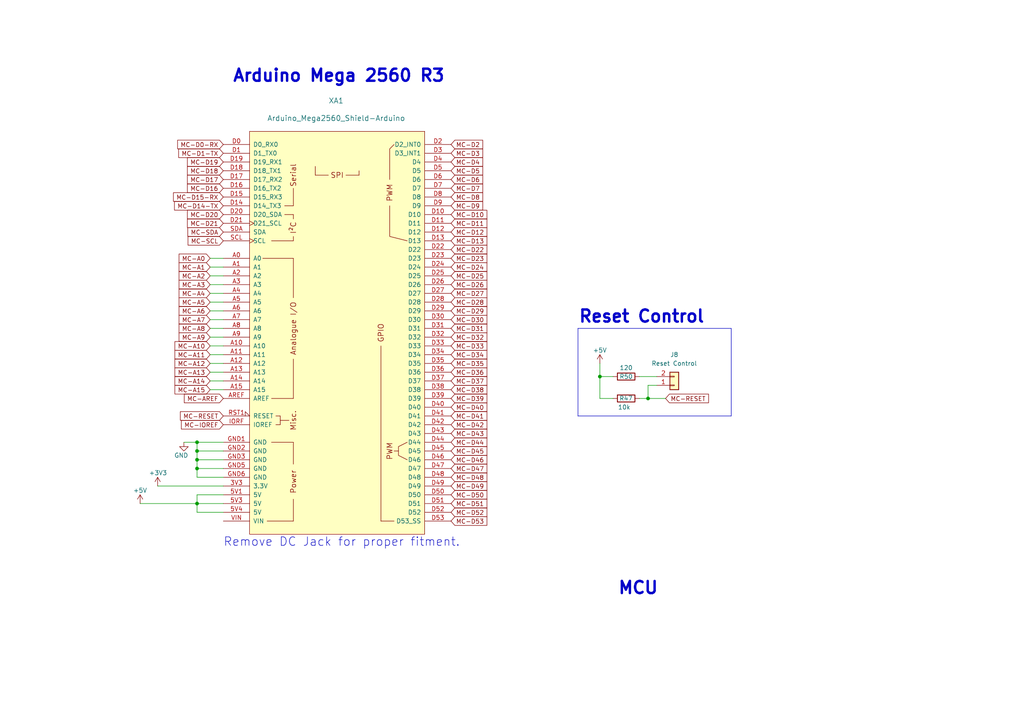
<source format=kicad_sch>
(kicad_sch (version 20230121) (generator eeschema)
  (paper "A4")
  (title_block (title "Pre-Ignition X4") (date "2023-06-15") (rev "C") (company "DetonationEMS") (comment 1 "detonationems.com"))
  (lib_symbols
    (symbol "Connector_Generic:Conn_01x02" (pin_names (offset 1.016) hide)
      (property "Reference" "J" (at 0 2.54 0))
      (property "Value" "Conn_01x02" (at 0 -5.08 0))
      (symbol "Conn_01x02_1_1"
        (rectangle (start -1.27 -2.413) (end 0 -2.667) (stroke (width 0.1524)))
        (rectangle (start -1.27 0.127) (end 0 -0.127) (stroke (width 0.1524)))
        (rectangle (start -1.27 1.27) (end 1.27 -3.81) (stroke (width 0.254)) (fill (type background)))
        (pin passive line (at -5.08 0 0) (length 3.81) (name "Pin_1") (number "1"))
        (pin passive line (at -5.08 -2.54 0) (length 3.81) (name "Pin_2") (number "2"))
      )
    )
    (symbol "Device:R" (pin_numbers hide) (pin_names (offset 0))
      (property "Reference" "R" (at 2.032 0 90))
      (property "Value" "R" (at 0 0 90))
      (symbol "R_0_1"
        (rectangle (start -1.016 -2.54) (end 1.016 2.54) (stroke (width 0.254)))
      )
      (symbol "R_1_1"
        (pin passive line (at 0 3.81 270) (length 1.27) (name "~") (number "1"))
        (pin passive line (at 0 -3.81 90) (length 1.27) (name "~") (number "2"))
      )
    )
    (symbol "Pre_Ignition-rescue:Arduino_Mega2560_IO_Only-1.0.0.0.0-rescue-Pre_Ignition-rescue-Pre_Ignition-rescue-Pre_Ignition-rescue" (pin_names (offset 1.016))
      (property "Reference" "XA" (at 2.54 0 90))
      (property "Value" "Arduino_Mega2560_IO_Only-1.0.0.0.0-rescue-Pre_Ignition-rescue-Pre_Ignition-rescue-Pre_Ignition-rescue" (at -2.54 0 90))
      (symbol "Arduino_Mega2560_IO_Only-1.0.0.0.0-rescue-Pre_Ignition-rescue-Pre_Ignition-rescue-Pre_Ignition-rescue_0_0"
        (rectangle (start -25.4 -58.42) (end 25.4 58.42) (fill (type background)))
        (rectangle (start -20.32 -54.61) (end -12.7 -54.61))
        (rectangle (start -19.05 -31.75) (end -12.7 -31.75))
        (rectangle (start -19.05 -19.05) (end -12.7 -19.05))
        (rectangle (start -19.05 26.67) (end -12.7 26.67))
        (rectangle (start -17.78 -26.67) (end -16.51 -26.67))
        (rectangle (start -17.78 -24.13) (end -16.51 -24.13))
        (rectangle (start -16.51 -25.4) (end -13.97 -25.4))
        (rectangle (start -16.51 -24.13) (end -16.51 -26.67))
        (rectangle (start -15.24 34.29) (end -12.7 34.29))
        (rectangle (start -15.24 36.83) (end -12.7 36.83))
        (rectangle (start -12.7 -54.61) (end -12.7 -48.26))
        (rectangle (start -12.7 -31.75) (end -12.7 -38.1))
        (rectangle (start -12.7 26.67) (end -12.7 27.94))
        (rectangle (start -12.7 34.29) (end -12.7 33.02))
        (rectangle (start -12.7 41.91) (end -12.7 36.83))
        (rectangle (start -6.35 48.26) (end -6.35 45.72))
        (rectangle (start -2.54 45.72) (end -6.35 45.72))
        (polyline (pts (xy -21.59 21.59) (xy -12.7 21.59)))
        (polyline (pts (xy -12.7 -19.05) (xy -12.7 -7.62)))
        (polyline (pts (xy -12.7 10.16) (xy -12.7 21.59)))
        (polyline (pts (xy 12.7 -54.61) (xy 16.51 -54.61)))
        (polyline (pts (xy 17.78 -34.29) (xy 16.51 -34.29)))
        (polyline (pts (xy 15.24 36.83) (xy 15.24 27.94) (xy 20.32 26.67)))
        (polyline (pts (xy 15.24 44.45) (xy 15.24 53.34) (xy 16.51 54.61)))
        (polyline (pts (xy 20.32 -31.75) (xy 17.78 -33.02) (xy 17.78 -35.56) (xy 20.32 -36.83)))
        (rectangle (start 6.35 45.72) (end 2.54 45.72))
        (rectangle (start 6.35 46.99) (end 6.35 45.72))
        (text "Analogue I/O" (at -12.7 1.27 900) (effects (font (size 1.524 1.524))))
        (text "I²C" (at -12.7 30.48 900) (effects (font (size 1.524 1.524))))
        (text "Misc." (at -12.7 -25.4 900) (effects (font (size 1.524 1.524))))
        (text "Power" (at -12.7 -43.18 900) (effects (font (size 1.524 1.524))))
        (text "PWM" (at 15.24 -34.29 900) (effects (font (size 1.524 1.524))))
        (text "PWM" (at 15.24 40.64 900) (effects (font (size 1.524 1.524))))
        (text "Serial" (at -12.7 45.72 900) (effects (font (size 1.524 1.524))))
        (text "SPI" (at 0 45.72 0) (effects (font (size 1.524 1.524))))
      )
      (symbol "Arduino_Mega2560_IO_Only-1.0.0.0.0-rescue-Pre_Ignition-rescue-Pre_Ignition-rescue-Pre_Ignition-rescue_1_0"
        (rectangle (start 12.7 -54.61) (end 12.7 -3.81))
        (text "GPIO" (at 12.7 0 900) (effects (font (size 1.524 1.524))))
      )
      (symbol "Arduino_Mega2560_IO_Only-1.0.0.0.0-rescue-Pre_Ignition-rescue-Pre_Ignition-rescue-Pre_Ignition-rescue_1_1"
        (pin power_in line (at -33.02 -44.45 0) (length 7.62) (name "3.3V") (number "3V3"))
        (pin power_in line (at -33.02 -46.99 0) (length 7.62) (name "5V") (number "5V1"))
        (pin power_in line (at -33.02 -49.53 0) (length 7.62) (name "5V") (number "5V3"))
        (pin power_in line (at -33.02 -52.07 0) (length 7.62) (name "5V") (number "5V4"))
        (pin bidirectional line (at -33.02 21.59 0) (length 7.62) (name "A0") (number "A0"))
        (pin bidirectional line (at -33.02 19.05 0) (length 7.62) (name "A1") (number "A1"))
        (pin bidirectional line (at -33.02 -3.81 0) (length 7.62) (name "A10") (number "A10"))
        (pin bidirectional line (at -33.02 -6.35 0) (length 7.62) (name "A11") (number "A11"))
        (pin bidirectional line (at -33.02 -8.89 0) (length 7.62) (name "A12") (number "A12"))
        (pin bidirectional line (at -33.02 -11.43 0) (length 7.62) (name "A13") (number "A13"))
        (pin bidirectional line (at -33.02 -13.97 0) (length 7.62) (name "A14") (number "A14"))
        (pin bidirectional line (at -33.02 -16.51 0) (length 7.62) (name "A15") (number "A15"))
        (pin bidirectional line (at -33.02 16.51 0) (length 7.62) (name "A2") (number "A2"))
        (pin bidirectional line (at -33.02 13.97 0) (length 7.62) (name "A3") (number "A3"))
        (pin bidirectional line (at -33.02 11.43 0) (length 7.62) (name "A4") (number "A4"))
        (pin bidirectional line (at -33.02 8.89 0) (length 7.62) (name "A5") (number "A5"))
        (pin bidirectional line (at -33.02 6.35 0) (length 7.62) (name "A6") (number "A6"))
        (pin bidirectional line (at -33.02 3.81 0) (length 7.62) (name "A7") (number "A7"))
        (pin bidirectional line (at -33.02 1.27 0) (length 7.62) (name "A8") (number "A8"))
        (pin bidirectional line (at -33.02 -1.27 0) (length 7.62) (name "A9") (number "A9"))
        (pin input line (at -33.02 -19.05 0) (length 7.62) (name "AREF") (number "AREF"))
        (pin bidirectional line (at -33.02 54.61 0) (length 7.62) (name "D0_RX0") (number "D0"))
        (pin bidirectional line (at -33.02 52.07 0) (length 7.62) (name "D1_TX0") (number "D1"))
        (pin bidirectional line (at 33.02 34.29 180) (length 7.62) (name "D10") (number "D10"))
        (pin bidirectional line (at 33.02 31.75 180) (length 7.62) (name "D11") (number "D11"))
        (pin bidirectional line (at 33.02 29.21 180) (length 7.62) (name "D12") (number "D12"))
        (pin bidirectional line (at 33.02 26.67 180) (length 7.62) (name "D13") (number "D13"))
        (pin bidirectional line (at -33.02 36.83 0) (length 7.62) (name "D14_TX3") (number "D14"))
        (pin bidirectional line (at -33.02 39.37 0) (length 7.62) (name "D15_RX3") (number "D15"))
        (pin bidirectional line (at -33.02 41.91 0) (length 7.62) (name "D16_TX2") (number "D16"))
        (pin bidirectional line (at -33.02 44.45 0) (length 7.62) (name "D17_RX2") (number "D17"))
        (pin bidirectional line (at -33.02 46.99 0) (length 7.62) (name "D18_TX1") (number "D18"))
        (pin bidirectional line (at -33.02 49.53 0) (length 7.62) (name "D19_RX1") (number "D19"))
        (pin bidirectional line (at 33.02 54.61 180) (length 7.62) (name "D2_INT0") (number "D2"))
        (pin bidirectional line (at -33.02 34.29 0) (length 7.62) (name "D20_SDA") (number "D20"))
        (pin bidirectional clock (at -33.02 31.75 0) (length 7.62) (name "D21_SCL") (number "D21"))
        (pin bidirectional line (at 33.02 24.13 180) (length 7.62) (name "D22") (number "D22"))
        (pin bidirectional line (at 33.02 21.59 180) (length 7.62) (name "D23") (number "D23"))
        (pin bidirectional line (at 33.02 19.05 180) (length 7.62) (name "D24") (number "D24"))
        (pin bidirectional line (at 33.02 16.51 180) (length 7.62) (name "D25") (number "D25"))
        (pin bidirectional line (at 33.02 13.97 180) (length 7.62) (name "D26") (number "D26"))
        (pin bidirectional line (at 33.02 11.43 180) (length 7.62) (name "D27") (number "D27"))
        (pin bidirectional line (at 33.02 8.89 180) (length 7.62) (name "D28") (number "D28"))
        (pin bidirectional line (at 33.02 6.35 180) (length 7.62) (name "D29") (number "D29"))
        (pin bidirectional line (at 33.02 52.07 180) (length 7.62) (name "D3_INT1") (number "D3"))
        (pin bidirectional line (at 33.02 3.81 180) (length 7.62) (name "D30") (number "D30"))
        (pin bidirectional line (at 33.02 1.27 180) (length 7.62) (name "D31") (number "D31"))
        (pin bidirectional line (at 33.02 -1.27 180) (length 7.62) (name "D32") (number "D32"))
        (pin bidirectional line (at 33.02 -3.81 180) (length 7.62) (name "D33") (number "D33"))
        (pin bidirectional line (at 33.02 -6.35 180) (length 7.62) (name "D34") (number "D34"))
        (pin bidirectional line (at 33.02 -8.89 180) (length 7.62) (name "D35") (number "D35"))
        (pin bidirectional line (at 33.02 -11.43 180) (length 7.62) (name "D36") (number "D36"))
        (pin bidirectional line (at 33.02 -13.97 180) (length 7.62) (name "D37") (number "D37"))
        (pin bidirectional line (at 33.02 -16.51 180) (length 7.62) (name "D38") (number "D38"))
        (pin bidirectional line (at 33.02 -19.05 180) (length 7.62) (name "D39") (number "D39"))
        (pin bidirectional line (at 33.02 49.53 180) (length 7.62) (name "D4") (number "D4"))
        (pin bidirectional line (at 33.02 -21.59 180) (length 7.62) (name "D40") (number "D40"))
        (pin bidirectional line (at 33.02 -24.13 180) (length 7.62) (name "D41") (number "D41"))
        (pin bidirectional line (at 33.02 -26.67 180) (length 7.62) (name "D42") (number "D42"))
        (pin bidirectional line (at 33.02 -29.21 180) (length 7.62) (name "D43") (number "D43"))
        (pin bidirectional line (at 33.02 -31.75 180) (length 7.62) (name "D44") (number "D44"))
        (pin bidirectional line (at 33.02 -34.29 180) (length 7.62) (name "D45") (number "D45"))
        (pin bidirectional line (at 33.02 -36.83 180) (length 7.62) (name "D46") (number "D46"))
        (pin bidirectional line (at 33.02 -39.37 180) (length 7.62) (name "D47") (number "D47"))
        (pin bidirectional line (at 33.02 -41.91 180) (length 7.62) (name "D48") (number "D48"))
        (pin bidirectional line (at 33.02 -44.45 180) (length 7.62) (name "D49") (number "D49"))
        (pin bidirectional line (at 33.02 46.99 180) (length 7.62) (name "D5") (number "D5"))
        (pin bidirectional line (at 33.02 -46.99 180) (length 7.62) (name "D50") (number "D50"))
        (pin bidirectional line (at 33.02 -49.53 180) (length 7.62) (name "D51") (number "D51"))
        (pin bidirectional line (at 33.02 -52.07 180) (length 7.62) (name "D52") (number "D52"))
        (pin bidirectional line (at 33.02 -54.61 180) (length 7.62) (name "D53_SS") (number "D53"))
        (pin bidirectional line (at 33.02 44.45 180) (length 7.62) (name "D6") (number "D6"))
        (pin bidirectional line (at 33.02 41.91 180) (length 7.62) (name "D7") (number "D7"))
        (pin bidirectional line (at 33.02 39.37 180) (length 7.62) (name "D8") (number "D8"))
        (pin bidirectional line (at 33.02 36.83 180) (length 7.62) (name "D9") (number "D9"))
        (pin power_in line (at -33.02 -31.75 0) (length 7.62) (name "GND") (number "GND1"))
        (pin power_in line (at -33.02 -34.29 0) (length 7.62) (name "GND") (number "GND2"))
        (pin power_in line (at -33.02 -36.83 0) (length 7.62) (name "GND") (number "GND3"))
        (pin power_in line (at -33.02 -39.37 0) (length 7.62) (name "GND") (number "GND5"))
        (pin power_in line (at -33.02 -41.91 0) (length 7.62) (name "GND") (number "GND6"))
        (pin output line (at -33.02 -26.67 0) (length 7.62) (name "IOREF") (number "IORF"))
        (pin open_collector input_low (at -33.02 -24.13 0) (length 7.62) (name "RESET") (number "RST1"))
        (pin bidirectional clock (at -33.02 26.67 0) (length 7.62) (name "SCL") (number "SCL"))
        (pin bidirectional line (at -33.02 29.21 0) (length 7.62) (name "SDA") (number "SDA"))
        (pin power_in line (at -33.02 -54.61 0) (length 7.62) (name "VIN") (number "VIN"))
      )
    )
    (symbol "power:+3.3V" (power) (pin_names (offset 0))
      (property "Value" "+3.3V" (at 0 3.556 0))
      (symbol "+3.3V_0_1"
        (polyline (pts (xy -0.762 1.27) (xy 0 2.54)))
        (polyline (pts (xy 0 0) (xy 0 2.54)))
        (polyline (pts (xy 0 2.54) (xy 0.762 1.27)))
      )
      (symbol "+3.3V_1_1"
        (pin power_in line (at 0 0 90) (length 0) hide (name "+3V3") (number "1"))
      )
    )
    (symbol "power:+5V" (power) (pin_names (offset 0))
      (property "Value" "+5V" (at 0 3.556 0))
      (symbol "+5V_0_1"
        (polyline (pts (xy -0.762 1.27) (xy 0 2.54)))
        (polyline (pts (xy 0 0) (xy 0 2.54)))
        (polyline (pts (xy 0 2.54) (xy 0.762 1.27)))
      )
      (symbol "+5V_1_1"
        (pin power_in line (at 0 0 90) (length 0) hide (name "+5V") (number "1"))
      )
    )
    (symbol "power:GND" (power) (pin_names (offset 0))
      (property "Value" "GND" (at 0 -3.81 0))
      (symbol "GND_0_1"
        (polyline (pts (xy 0 0) (xy 0 -1.27) (xy 1.27 -1.27) (xy 0 -2.54) (xy -1.27 -1.27) (xy 0 -1.27)))
      )
      (symbol "GND_1_1"
        (pin power_in line (at 0 0 270) (length 0) hide (name "GND") (number "1"))
      )
    )
  )
  (junction (at 57.15 146.05))
  (junction (at 57.15 135.89))
  (junction (at 57.15 130.81))
  (junction (at 57.15 128.27))
  (junction (at 173.99 109.22))
  (junction (at 57.15 133.35))
  (junction (at 187.96 115.57))
  (wire (pts (xy 40.64 146.05) (xy 57.15 146.05)))
  (wire (pts (xy 64.77 143.51) (xy 57.15 143.51)))
  (wire (pts (xy 60.96 74.93) (xy 64.77 74.93)))
  (wire (pts (xy 173.99 109.22) (xy 173.99 105.41)))
  (wire (pts (xy 57.15 146.05) (xy 57.15 148.59)))
  (wire (pts (xy 60.96 95.25) (xy 64.77 95.25)))
  (wire (pts (xy 64.77 128.27) (xy 57.15 128.27)))
  (wire (pts (xy 187.96 111.76) (xy 187.96 115.57)))
  (wire (pts (xy 173.99 109.22) (xy 177.8 109.22)))
  (wire (pts (xy 64.77 97.79) (xy 60.96 97.79)))
  (wire (pts (xy 57.15 130.81) (xy 57.15 133.35)))
  (wire (pts (xy 64.77 87.63) (xy 60.96 87.63)))
  (wire (pts (xy 187.96 115.57) (xy 193.04 115.57)))
  (wire (pts (xy 60.96 80.01) (xy 64.77 80.01)))
  (polyline (pts (xy 167.64 120.65) (xy 212.09 120.65)))
  (wire (pts (xy 64.77 82.55) (xy 60.96 82.55)))
  (wire (pts (xy 57.15 128.27) (xy 57.15 130.81)))
  (wire (pts (xy 60.96 105.41) (xy 64.77 105.41)))
  (wire (pts (xy 173.99 115.57) (xy 173.99 109.22)))
  (wire (pts (xy 64.77 102.87) (xy 60.96 102.87)))
  (wire (pts (xy 60.96 85.09) (xy 64.77 85.09)))
  (polyline (pts (xy 212.09 120.65) (xy 212.09 95.25)))
  (polyline (pts (xy 212.09 95.25) (xy 167.64 95.25)))
  (wire (pts (xy 57.15 130.81) (xy 64.77 130.81)))
  (wire (pts (xy 57.15 135.89) (xy 64.77 135.89)))
  (wire (pts (xy 190.5 111.76) (xy 187.96 111.76)))
  (wire (pts (xy 45.72 140.97) (xy 64.77 140.97)))
  (polyline (pts (xy 167.64 95.25) (xy 167.64 120.65)))
  (wire (pts (xy 57.15 148.59) (xy 64.77 148.59)))
  (wire (pts (xy 64.77 146.05) (xy 57.15 146.05)))
  (wire (pts (xy 53.34 128.27) (xy 57.15 128.27)))
  (wire (pts (xy 64.77 92.71) (xy 60.96 92.71)))
  (wire (pts (xy 60.96 100.33) (xy 64.77 100.33)))
  (wire (pts (xy 185.42 115.57) (xy 187.96 115.57)))
  (wire (pts (xy 64.77 138.43) (xy 57.15 138.43)))
  (wire (pts (xy 64.77 107.95) (xy 60.96 107.95)))
  (wire (pts (xy 60.96 90.17) (xy 64.77 90.17)))
  (wire (pts (xy 173.99 115.57) (xy 177.8 115.57)))
  (wire (pts (xy 185.42 109.22) (xy 190.5 109.22)))
  (wire (pts (xy 64.77 77.47) (xy 60.96 77.47)))
  (wire (pts (xy 64.77 133.35) (xy 57.15 133.35)))
  (wire (pts (xy 57.15 135.89) (xy 57.15 133.35)))
  (wire (pts (xy 64.77 113.03) (xy 60.96 113.03)))
  (wire (pts (xy 57.15 143.51) (xy 57.15 146.05)))
  (wire (pts (xy 60.96 110.49) (xy 64.77 110.49)))
  (wire (pts (xy 57.15 138.43) (xy 57.15 135.89)))
  (text "Remove DC Jack for proper fitment. " (at 64.77 158.75 0) (effects (font (size 2.4892 2.4892)) (justify left bottom)))
  (text "Reset Control" (at 167.64 93.98 0) (effects (font (size 3.5 3.5) (thickness 0.7) bold) (justify left bottom)))
  (text "MCU" (at 179.07 172.72 0) (effects (font (size 3.5 3.5) (thickness 0.7) bold) (justify left bottom)))
  (text "Arduino Mega 2560 R3" (at 67.31 24.13 0) (effects (font (size 3.5 3.5) (thickness 0.7) bold) (justify left bottom)))
  (global_label "MC-A4" (shape input) (at 60.96 85.09 180) (property "Intersheetrefs" "${INTERSHEET_REFS}" (effects hide)))
  (global_label "MC-D18" (shape input) (at 64.77 49.53 180) (property "Intersheetrefs" "${INTERSHEET_REFS}" (effects hide)))
  (global_label "MC-D43" (shape input) (at 130.81 125.73 0) (property "Intersheetrefs" "${INTERSHEET_REFS}" (effects hide)))
  (global_label "MC-IOREF" (shape input) (at 64.77 123.19 180) (property "Intersheetrefs" "${INTERSHEET_REFS}" (effects hide)))
  (global_label "MC-D19" (shape input) (at 64.77 46.99 180) (property "Intersheetrefs" "${INTERSHEET_REFS}" (effects hide)))
  (global_label "MC-A12" (shape input) (at 60.96 105.41 180) (property "Intersheetrefs" "${INTERSHEET_REFS}" (effects hide)))
  (global_label "MC-D42" (shape input) (at 130.81 123.19 0) (property "Intersheetrefs" "${INTERSHEET_REFS}" (effects hide)))
  (global_label "MC-A1" (shape input) (at 60.96 77.47 180) (property "Intersheetrefs" "${INTERSHEET_REFS}" (effects hide)))
  (global_label "MC-D50" (shape input) (at 130.81 143.51 0) (property "Intersheetrefs" "${INTERSHEET_REFS}" (effects hide)))
  (global_label "MC-D3" (shape input) (at 130.81 44.45 0) (property "Intersheetrefs" "${INTERSHEET_REFS}" (effects hide)))
  (global_label "MC-D31" (shape input) (at 130.81 95.25 0) (property "Intersheetrefs" "${INTERSHEET_REFS}" (effects hide)))
  (global_label "MC-D4" (shape input) (at 130.81 46.99 0) (property "Intersheetrefs" "${INTERSHEET_REFS}" (effects hide)))
  (global_label "MC-D20" (shape input) (at 64.77 62.23 180) (property "Intersheetrefs" "${INTERSHEET_REFS}" (effects hide)))
  (global_label "MC-D28" (shape input) (at 130.81 87.63 0) (property "Intersheetrefs" "${INTERSHEET_REFS}" (effects hide)))
  (global_label "MC-A9" (shape input) (at 60.96 97.79 180) (property "Intersheetrefs" "${INTERSHEET_REFS}" (effects hide)))
  (global_label "MC-D30" (shape input) (at 130.81 92.71 0) (property "Intersheetrefs" "${INTERSHEET_REFS}" (effects hide)))
  (global_label "MC-D16" (shape input) (at 64.77 54.61 180) (property "Intersheetrefs" "${INTERSHEET_REFS}" (effects hide)))
  (global_label "MC-D25" (shape input) (at 130.81 80.01 0) (property "Intersheetrefs" "${INTERSHEET_REFS}" (effects hide)))
  (global_label "MC-A10" (shape input) (at 60.96 100.33 180) (property "Intersheetrefs" "${INTERSHEET_REFS}" (effects hide)))
  (global_label "MC-D2" (shape input) (at 130.81 41.91 0) (property "Intersheetrefs" "${INTERSHEET_REFS}" (effects hide)))
  (global_label "MC-D48" (shape input) (at 130.81 138.43 0) (property "Intersheetrefs" "${INTERSHEET_REFS}" (effects hide)))
  (global_label "MC-D49" (shape input) (at 130.81 140.97 0) (property "Intersheetrefs" "${INTERSHEET_REFS}" (effects hide)))
  (global_label "MC-D8" (shape input) (at 130.81 57.15 0) (property "Intersheetrefs" "${INTERSHEET_REFS}" (effects hide)))
  (global_label "MC-D22" (shape input) (at 130.81 72.39 0) (property "Intersheetrefs" "${INTERSHEET_REFS}" (effects hide)))
  (global_label "MC-D52" (shape input) (at 130.81 148.59 0) (property "Intersheetrefs" "${INTERSHEET_REFS}" (effects hide)))
  (global_label "MC-A11" (shape input) (at 60.96 102.87 180) (property "Intersheetrefs" "${INTERSHEET_REFS}" (effects hide)))
  (global_label "MC-D6" (shape input) (at 130.81 52.07 0) (property "Intersheetrefs" "${INTERSHEET_REFS}" (effects hide)))
  (global_label "MC-A13" (shape input) (at 60.96 107.95 180) (property "Intersheetrefs" "${INTERSHEET_REFS}" (effects hide)))
  (global_label "MC-D12" (shape input) (at 130.81 67.31 0) (property "Intersheetrefs" "${INTERSHEET_REFS}" (effects hide)))
  (global_label "MC-D0-RX" (shape input) (at 64.77 41.91 180) (property "Intersheetrefs" "${INTERSHEET_REFS}" (effects hide)))
  (global_label "MC-D35" (shape input) (at 130.81 105.41 0) (property "Intersheetrefs" "${INTERSHEET_REFS}" (effects hide)))
  (global_label "MC-D5" (shape input) (at 130.81 49.53 0) (property "Intersheetrefs" "${INTERSHEET_REFS}" (effects hide)))
  (global_label "MC-D47" (shape input) (at 130.81 135.89 0) (property "Intersheetrefs" "${INTERSHEET_REFS}" (effects hide)))
  (global_label "MC-A14" (shape input) (at 60.96 110.49 180) (property "Intersheetrefs" "${INTERSHEET_REFS}" (effects hide)))
  (global_label "MC-D9" (shape input) (at 130.81 59.69 0) (property "Intersheetrefs" "${INTERSHEET_REFS}" (effects hide)))
  (global_label "MC-D32" (shape input) (at 130.81 97.79 0) (property "Intersheetrefs" "${INTERSHEET_REFS}" (effects hide)))
  (global_label "MC-D11" (shape input) (at 130.81 64.77 0) (property "Intersheetrefs" "${INTERSHEET_REFS}" (effects hide)))
  (global_label "MC-D21" (shape input) (at 64.77 64.77 180) (property "Intersheetrefs" "${INTERSHEET_REFS}" (effects hide)))
  (global_label "MC-A8" (shape input) (at 60.96 95.25 180) (property "Intersheetrefs" "${INTERSHEET_REFS}" (effects hide)))
  (global_label "MC-D7" (shape input) (at 130.81 54.61 0) (property "Intersheetrefs" "${INTERSHEET_REFS}" (effects hide)))
  (global_label "MC-D38" (shape input) (at 130.81 113.03 0) (property "Intersheetrefs" "${INTERSHEET_REFS}" (effects hide)))
  (global_label "MC-D41" (shape input) (at 130.81 120.65 0) (property "Intersheetrefs" "${INTERSHEET_REFS}" (effects hide)))
  (global_label "MC-D53" (shape input) (at 130.81 151.13 0) (property "Intersheetrefs" "${INTERSHEET_REFS}" (effects hide)))
  (global_label "MC-D10" (shape input) (at 130.81 62.23 0) (property "Intersheetrefs" "${INTERSHEET_REFS}" (effects hide)))
  (global_label "MC-D46" (shape input) (at 130.81 133.35 0) (property "Intersheetrefs" "${INTERSHEET_REFS}" (effects hide)))
  (global_label "MC-A6" (shape input) (at 60.96 90.17 180) (property "Intersheetrefs" "${INTERSHEET_REFS}" (effects hide)))
  (global_label "MC-D17" (shape input) (at 64.77 52.07 180) (property "Intersheetrefs" "${INTERSHEET_REFS}" (effects hide)))
  (global_label "MC-SDA" (shape input) (at 64.77 67.31 180) (property "Intersheetrefs" "${INTERSHEET_REFS}" (effects hide)))
  (global_label "MC-A0" (shape input) (at 60.96 74.93 180) (property "Intersheetrefs" "${INTERSHEET_REFS}" (effects hide)))
  (global_label "MC-D40" (shape input) (at 130.81 118.11 0) (property "Intersheetrefs" "${INTERSHEET_REFS}" (effects hide)))
  (global_label "MC-D1-TX" (shape input) (at 64.77 44.45 180) (property "Intersheetrefs" "${INTERSHEET_REFS}" (effects hide)))
  (global_label "MC-A3" (shape input) (at 60.96 82.55 180) (property "Intersheetrefs" "${INTERSHEET_REFS}" (effects hide)))
  (global_label "MC-D29" (shape input) (at 130.81 90.17 0) (property "Intersheetrefs" "${INTERSHEET_REFS}" (effects hide)))
  (global_label "MC-A15" (shape input) (at 60.96 113.03 180) (property "Intersheetrefs" "${INTERSHEET_REFS}" (effects hide)))
  (global_label "MC-D14-TX" (shape input) (at 64.77 59.69 180) (property "Intersheetrefs" "${INTERSHEET_REFS}" (effects hide)))
  (global_label "MC-D33" (shape input) (at 130.81 100.33 0) (property "Intersheetrefs" "${INTERSHEET_REFS}" (effects hide)))
  (global_label "MC-D37" (shape input) (at 130.81 110.49 0) (property "Intersheetrefs" "${INTERSHEET_REFS}" (effects hide)))
  (global_label "MC-D39" (shape input) (at 130.81 115.57 0) (property "Intersheetrefs" "${INTERSHEET_REFS}" (effects hide)))
  (global_label "MC-A5" (shape input) (at 60.96 87.63 180) (property "Intersheetrefs" "${INTERSHEET_REFS}" (effects hide)))
  (global_label "MC-D13" (shape input) (at 130.81 69.85 0) (property "Intersheetrefs" "${INTERSHEET_REFS}" (effects hide)))
  (global_label "MC-D23" (shape input) (at 130.81 74.93 0) (property "Intersheetrefs" "${INTERSHEET_REFS}" (effects hide)))
  (global_label "MC-D27" (shape input) (at 130.81 85.09 0) (property "Intersheetrefs" "${INTERSHEET_REFS}" (effects hide)))
  (global_label "MC-D15-RX" (shape input) (at 64.77 57.15 180) (property "Intersheetrefs" "${INTERSHEET_REFS}" (effects hide)))
  (global_label "MC-A7" (shape input) (at 60.96 92.71 180) (property "Intersheetrefs" "${INTERSHEET_REFS}" (effects hide)))
  (global_label "MC-AREF" (shape input) (at 64.77 115.57 180) (property "Intersheetrefs" "${INTERSHEET_REFS}" (effects hide)))
  (global_label "MC-D34" (shape input) (at 130.81 102.87 0) (property "Intersheetrefs" "${INTERSHEET_REFS}" (effects hide)))
  (global_label "MC-D45" (shape input) (at 130.81 130.81 0) (property "Intersheetrefs" "${INTERSHEET_REFS}" (effects hide)))
  (global_label "MC-SCL" (shape input) (at 64.77 69.85 180) (property "Intersheetrefs" "${INTERSHEET_REFS}" (effects hide)))
  (global_label "MC-D24" (shape input) (at 130.81 77.47 0) (property "Intersheetrefs" "${INTERSHEET_REFS}" (effects hide)))
  (global_label "MC-RESET" (shape input) (at 193.04 115.57 0) (property "Intersheetrefs" "${INTERSHEET_REFS}" (effects hide)))
  (global_label "MC-D51" (shape input) (at 130.81 146.05 0) (property "Intersheetrefs" "${INTERSHEET_REFS}" (effects hide)))
  (global_label "MC-D44" (shape input) (at 130.81 128.27 0) (property "Intersheetrefs" "${INTERSHEET_REFS}" (effects hide)))
  (global_label "MC-D36" (shape input) (at 130.81 107.95 0) (property "Intersheetrefs" "${INTERSHEET_REFS}" (effects hide)))
  (global_label "MC-D26" (shape input) (at 130.81 82.55 0) (property "Intersheetrefs" "${INTERSHEET_REFS}" (effects hide)))
  (global_label "MC-A2" (shape input) (at 60.96 80.01 180) (property "Intersheetrefs" "${INTERSHEET_REFS}" (effects hide)))
  (global_label "MC-RESET" (shape input) (at 64.77 120.65 180) (property "Intersheetrefs" "${INTERSHEET_REFS}" (effects hide)))
  (symbol (lib_id "Device:R") (at 181.61 115.57 90) (unit 1)
    (property "Reference" "R47" (at 183.515 115.57 90) (effects (justify left)))
    (property "Value" "10k" (at 182.88 118.11 90) (effects (justify left)))
    (property "Footprint" "Resistor_SMD:R_0603_1608Metric" (effects hide))
    (property "LCSC" "C25804" (effects hide))
  )
  (symbol (lib_id "power:+5V") (at 40.64 146.05 0) (unit 1)
    (property "Reference" "#PWR019" (effects hide))
    (property "Value" "+5V" (at 40.64 142.24 0))
    (instances (project "Pre_Ignition" (path "" (reference "#PWR019") (unit 1)) (path "" (reference "#PWR020") (unit 1))))
  )
  (symbol (lib_id "power:GND") (at 53.34 128.27 0) (unit 1)
    (property "Reference" "#PWR0107" (effects hide))
    (property "Value" "GND" (at 54.61 132.08 0) (effects (justify right)))
  )
  (symbol (lib_id "Connector_Generic:Conn_01x02") (at 195.58 111.76 0) (mirror x) (unit 1)
    (property "Reference" "J8" (at 195.58 102.87 0))
    (property "Value" "Reset Control" (at 195.58 105.41 0))
    (property "Footprint" "Detonation:1x02-Proto" (effects hide))
  )
  (symbol (lib_id "Device:R") (at 181.61 109.22 270) (unit 1)
    (property "Reference" "R50" (at 181.61 109.22 90))
    (property "Value" "120" (at 181.61 106.68 90))
    (property "Footprint" "Resistor_SMD:R_0402_1005Metric" (effects hide))
    (property "LCSC" "C25079" (effects hide))
  )
  (symbol (lib_id "Pre_Ignition-rescue:Arduino_Mega2560_IO_Only-1.0.0.0.0-rescue-Pre_Ignition-rescue-Pre_Ignition-rescue-Pre_Ignition-rescue") (at 97.79 96.52 0) (unit 1) (in_bom no)
    (property "Reference" "XA1" (at 95.25 29.21 0) (effects (font (size 1.524 1.524)) (justify left)))
    (property "Value" "Arduino_Mega2560_Shield-Arduino" (at 77.47 34.29 0) (effects (font (size 1.524 1.524)) (justify left)))
    (property "Footprint" "Detonation:Arduino-Mega2560-Shield-Speeduino" (effects hide))
  )
  (symbol (lib_id "power:+5V") (at 173.99 105.41 0) (unit 1)
    (property "Reference" "#PWR019" (effects hide))
    (property "Value" "+5V" (at 173.99 101.6 0))
  )
  (symbol (lib_id "power:+3.3V") (at 45.72 140.97 0) (unit 1)
    (property "Reference" "#PWR0125" (effects hide))
    (property "Value" "+3.3V" (at 43.18 137.16 0) (effects (justify left)))
  )
)
</source>
